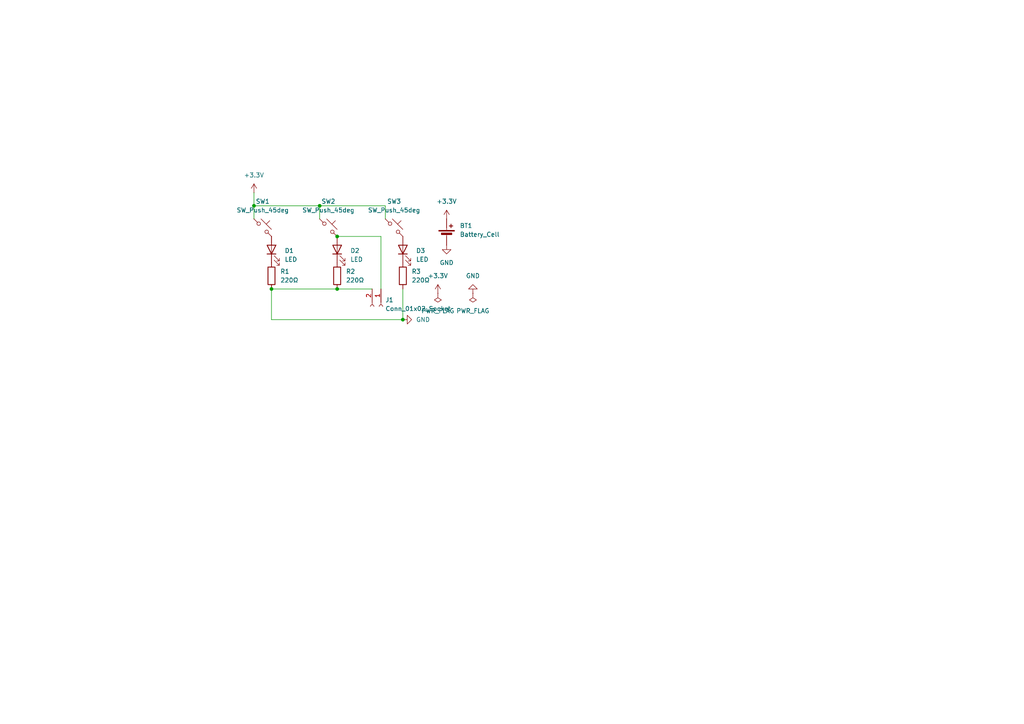
<source format=kicad_sch>
(kicad_sch (version 20250114) (generator "eeschema") (generator_version "9.0")
  (paper "A4")
  (lib_symbols
    (symbol "Connector:Conn_01x02_Socket" (pin_names (offset 1.016) (hide yes))
      (property "Reference" "J" (at 0 2.54 0))
      (property "Value" "Conn_01x02_Socket" (at 0 -5.08 0))
      (symbol "Conn_01x02_Socket_1_1"
        (polyline (pts (xy -1.27 0) (xy -0.508 0)) (stroke (width 0.1524)))
        (polyline (pts (xy -1.27 -2.54) (xy -0.508 -2.54)) (stroke (width 0.1524)))
        (arc (start 0 -0.508) (mid -0.5058 0) (end 0 0.508) (stroke (width 0.1524)))
        (arc (start 0 -3.048) (mid -0.5058 -2.54) (end 0 -2.032) (stroke (width 0.1524)))
        (pin passive line (at -5.08 0 0) (length 3.81) (name "Pin_1") (number "1"))
        (pin passive line (at -5.08 -2.54 0) (length 3.81) (name "Pin_2") (number "2"))
      )
    )
    (symbol "Device:Battery_Cell" (pin_numbers (hide yes)) (pin_names (offset 0) (hide yes))
      (property "Reference" "BT" (at 2.54 2.54 0))
      (property "Value" "Battery_Cell" (at 2.54 0 0))
      (symbol "Battery_Cell_0_1"
        (rectangle (start -2.286 1.778) (end 2.286 1.524) (fill (type outline)))
        (rectangle (start -1.524 1.016) (end 1.524 0.508) (fill (type outline)))
        (polyline (pts (xy 0 1.778) (xy 0 2.54)))
        (polyline (pts (xy 0 0.762) (xy 0 0)))
        (polyline (pts (xy 0.762 3.048) (xy 1.778 3.048)) (stroke (width 0.254)))
        (polyline (pts (xy 1.27 3.556) (xy 1.27 2.54)) (stroke (width 0.254)))
      )
      (symbol "Battery_Cell_1_1"
        (pin passive line (at 0 5.08 270) (length 2.54) (name "+") (number "1"))
        (pin passive line (at 0 -2.54 90) (length 2.54) (name "-") (number "2"))
      )
    )
    (symbol "Device:LED" (pin_numbers (hide yes)) (pin_names (offset 1.016) (hide yes))
      (property "Reference" "D" (at 0 2.54 0))
      (property "Value" "LED" (at 0 -2.54 0))
      (symbol "LED_0_1"
        (polyline (pts (xy -3.048 -0.762) (xy -4.572 -2.286) (xy -3.81 -2.286) (xy -4.572 -2.286) (xy -4.572 -1.524)))
        (polyline (pts (xy -1.778 -0.762) (xy -3.302 -2.286) (xy -2.54 -2.286) (xy -3.302 -2.286) (xy -3.302 -1.524)))
        (polyline (pts (xy -1.27 0) (xy 1.27 0)))
        (polyline (pts (xy -1.27 -1.27) (xy -1.27 1.27)) (stroke (width 0.254)))
        (polyline (pts (xy 1.27 -1.27) (xy 1.27 1.27) (xy -1.27 0) (xy 1.27 -1.27)) (stroke (width 0.254)))
      )
      (symbol "LED_1_1"
        (pin passive line (at -3.81 0 0) (length 2.54) (name "K") (number "1"))
        (pin passive line (at 3.81 0 180) (length 2.54) (name "A") (number "2"))
      )
    )
    (symbol "Device:R" (pin_numbers (hide yes)) (pin_names (offset 0))
      (property "Reference" "R" (at 2.032 0 90))
      (property "Value" "R" (at 0 0 90))
      (symbol "R_0_1"
        (rectangle (start -1.016 -2.54) (end 1.016 2.54) (stroke (width 0.254)))
      )
      (symbol "R_1_1"
        (pin passive line (at 0 3.81 270) (length 1.27) (name "~") (number "1"))
        (pin passive line (at 0 -3.81 90) (length 1.27) (name "~") (number "2"))
      )
    )
    (symbol "Switch:SW_Push_45deg" (pin_numbers (hide yes)) (pin_names (offset 1.016) (hide yes))
      (property "Reference" "SW" (at 3.048 1.016 0))
      (property "Value" "SW_Push_45deg" (at 0 -3.81 0))
      (symbol "SW_Push_45deg_0_1"
        (polyline (pts (xy -2.54 2.54) (xy -1.524 1.524) (xy -1.524 1.524)))
        (circle (center -1.1684 1.1684) (radius 0.508))
        (polyline (pts (xy -0.508 2.54) (xy 2.54 -0.508)))
        (polyline (pts (xy 1.016 1.016) (xy 2.032 2.032)))
        (circle (center 1.143 -1.1938) (radius 0.508))
        (polyline (pts (xy 1.524 -1.524) (xy 2.54 -2.54) (xy 2.54 -2.54) (xy 2.54 -2.54)))
        (pin passive line (at -2.54 2.54 0) (length 0) (name "1") (number "1"))
        (pin passive line (at 2.54 -2.54 180) (length 0) (name "2") (number "2"))
      )
    )
    (symbol "power:+3.3V" (power) (pin_numbers (hide yes)) (pin_names (offset 0) (hide yes))
      (property "Value" "+3.3V" (at 0 3.556 0))
      (symbol "+3.3V_0_1"
        (polyline (pts (xy -0.762 1.27) (xy 0 2.54)))
        (polyline (pts (xy 0 2.54) (xy 0.762 1.27)))
        (polyline (pts (xy 0 0) (xy 0 2.54)))
      )
      (symbol "+3.3V_1_1"
        (pin power_in line (at 0 0 90) (length 0) (name "~") (number "1"))
      )
    )
    (symbol "power:GND" (power) (pin_numbers (hide yes)) (pin_names (offset 0) (hide yes))
      (property "Value" "GND" (at 0 -3.81 0))
      (symbol "GND_0_1"
        (polyline (pts (xy 0 0) (xy 0 -1.27) (xy 1.27 -1.27) (xy 0 -2.54) (xy -1.27 -1.27) (xy 0 -1.27)))
      )
      (symbol "GND_1_1"
        (pin power_in line (at 0 0 270) (length 0) (name "~") (number "1"))
      )
    )
    (symbol "power:PWR_FLAG" (power) (pin_numbers (hide yes)) (pin_names (offset 0) (hide yes))
      (property "Value" "PWR_FLAG" (at 0 3.81 0))
      (symbol "PWR_FLAG_0_0"
        (pin power_out line (at 0 0 90) (length 0) (name "~") (number "1"))
      )
      (symbol "PWR_FLAG_0_1"
        (polyline (pts (xy 0 0) (xy 0 1.27) (xy -1.016 1.905) (xy 0 2.54) (xy 1.016 1.905) (xy 0 1.27)))
      )
    )
  )
  (junction (at 116.84 92.71))
  (junction (at 92.71 59.69))
  (junction (at 78.74 83.82))
  (junction (at 97.79 68.58))
  (junction (at 97.79 83.82))
  (junction (at 73.66 59.69))
  (wire (pts (xy 78.74 83.82) (xy 78.74 92.71)))
  (wire (pts (xy 73.66 55.88) (xy 73.66 59.69)))
  (wire (pts (xy 78.74 92.71) (xy 116.84 92.71)))
  (wire (pts (xy 97.79 83.82) (xy 107.95 83.82)))
  (wire (pts (xy 73.66 59.69) (xy 92.71 59.69)))
  (wire (pts (xy 92.71 59.69) (xy 111.76 59.69)))
  (wire (pts (xy 92.71 59.69) (xy 92.71 63.5)))
  (wire (pts (xy 97.79 68.58) (xy 110.49 68.58)))
  (wire (pts (xy 111.76 59.69) (xy 111.76 63.5)))
  (wire (pts (xy 116.84 83.82) (xy 116.84 92.71)))
  (wire (pts (xy 73.66 59.69) (xy 73.66 63.5)))
  (wire (pts (xy 110.49 68.58) (xy 110.49 83.82)))
  (wire (pts (xy 78.74 83.82) (xy 97.79 83.82)))
  (symbol (lib_id "power:GND") (at 137.16 85.09 180) (unit 1)
    (property "Reference" "#PWR06" (effects (hide yes)))
    (property "Value" "GND" (at 137.16 80.01 0))
    (property "Description" "Power symbol creates a global label with name \"GND\" , ground" (effects (hide yes)))
  )
  (symbol (lib_id "Switch:SW_Push_45deg") (at 76.2 66.04 0) (unit 1)
    (property "Reference" "SW1" (at 76.2 58.42 0))
    (property "Value" "SW_Push_45deg" (at 76.2 60.96 0))
    (property "Footprint" "Button_Switch_THT:SW_PUSH_6mm" (effects (hide yes)))
    (property "Description" "Push button switch, normally open, two pins, 45° tilted" (effects (hide yes)))
  )
  (symbol (lib_id "Device:R") (at 97.79 80.01 0) (unit 1)
    (property "Reference" "R2" (at 100.33 78.7399 0) (effects (justify left)))
    (property "Value" "220Ω" (at 100.33 81.2799 0) (effects (justify left)))
    (property "Footprint" "Resistor_THT:R_Axial_DIN0207_L6.3mm_D2.5mm_P7.62mm_Horizontal" (effects (hide yes)))
    (property "Description" "Resistor" (effects (hide yes)))
  )
  (symbol (lib_id "Connector:Conn_01x02_Socket") (at 110.49 88.9 270) (unit 1)
    (property "Reference" "J1" (at 111.76 86.9949 90) (effects (justify left)))
    (property "Value" "Conn_01x02_Socket" (at 111.76 89.5349 90) (effects (justify left)))
    (property "Footprint" "Connector_PinHeader_2.54mm:PinHeader_1x02_P2.54mm_Vertical" (effects (hide yes)))
    (property "Description" "Generic connector, single row, 01x02, script generated" (effects (hide yes)))
  )
  (symbol (lib_id "Device:LED") (at 97.79 72.39 90) (unit 1)
    (property "Reference" "D2" (at 101.6 72.7074 90) (effects (justify right)))
    (property "Value" "LED" (at 101.6 75.2474 90) (effects (justify right)))
    (property "Footprint" "LED_THT:LED_D5.0mm" (effects (hide yes)))
    (property "Description" "Light emitting diode" (effects (hide yes)))
    (property "Sim.Pins" "1=K 2=A" (effects (hide yes)))
  )
  (symbol (lib_id "power:+3.3V") (at 127 85.09 0) (unit 1)
    (property "Reference" "#PWR05" (effects (hide yes)))
    (property "Value" "+3.3V" (at 127 80.01 0))
    (property "Description" "Power symbol creates a global label with name \"+3.3V\"" (effects (hide yes)))
  )
  (symbol (lib_id "Switch:SW_Push_45deg") (at 114.3 66.04 0) (unit 1)
    (property "Reference" "SW3" (at 114.3 58.42 0))
    (property "Value" "SW_Push_45deg" (at 114.3 60.96 0))
    (property "Footprint" "Button_Switch_THT:SW_PUSH_6mm" (effects (hide yes)))
    (property "Description" "Push button switch, normally open, two pins, 45° tilted" (effects (hide yes)))
  )
  (symbol (lib_id "Device:Battery_Cell") (at 129.54 68.58 0) (unit 1)
    (property "Reference" "BT1" (at 133.35 65.4684 0) (effects (justify left)))
    (property "Value" "Battery_Cell" (at 133.35 68.0084 0) (effects (justify left)))
    (property "Footprint" "Battery:BatteryHolder_Keystone_3034_1x20mm" (effects (hide yes)))
    (property "Description" "Single-cell battery" (effects (hide yes)))
  )
  (symbol (lib_id "Device:R") (at 78.74 80.01 0) (unit 1)
    (property "Reference" "R1" (at 81.28 78.7399 0) (effects (justify left)))
    (property "Value" "220Ω" (at 81.28 81.2799 0) (effects (justify left)))
    (property "Footprint" "Resistor_THT:R_Axial_DIN0207_L6.3mm_D2.5mm_P7.62mm_Horizontal" (effects (hide yes)))
    (property "Description" "Resistor" (effects (hide yes)))
  )
  (symbol (lib_id "Device:LED") (at 78.74 72.39 90) (unit 1)
    (property "Reference" "D1" (at 82.55 72.7074 90) (effects (justify right)))
    (property "Value" "LED" (at 82.55 75.2474 90) (effects (justify right)))
    (property "Footprint" "LED_THT:LED_D5.0mm" (effects (hide yes)))
    (property "Description" "Light emitting diode" (effects (hide yes)))
    (property "Sim.Pins" "1=K 2=A" (effects (hide yes)))
  )
  (symbol (lib_id "power:PWR_FLAG") (at 127 85.09 180) (unit 1)
    (property "Reference" "#FLG01" (effects (hide yes)))
    (property "Value" "PWR_FLAG" (at 127 90.17 0))
    (property "Description" "Special symbol for telling ERC where power comes from" (effects (hide yes)))
  )
  (symbol (lib_id "Switch:SW_Push_45deg") (at 95.25 66.04 0) (unit 1)
    (property "Reference" "SW2" (at 95.25 58.42 0))
    (property "Value" "SW_Push_45deg" (at 95.25 60.96 0))
    (property "Footprint" "Button_Switch_THT:SW_PUSH_6mm" (effects (hide yes)))
    (property "Description" "Push button switch, normally open, two pins, 45° tilted" (effects (hide yes)))
  )
  (symbol (lib_id "power:+3.3V") (at 73.66 55.88 0) (unit 1)
    (property "Reference" "#PWR04" (effects (hide yes)))
    (property "Value" "+3.3V" (at 73.66 50.8 0))
    (property "Description" "Power symbol creates a global label with name \"+3.3V\"" (effects (hide yes)))
  )
  (symbol (lib_id "power:GND") (at 129.54 71.12 0) (unit 1)
    (property "Reference" "#PWR02" (effects (hide yes)))
    (property "Value" "GND" (at 129.54 76.2 0))
    (property "Description" "Power symbol creates a global label with name \"GND\" , ground" (effects (hide yes)))
  )
  (symbol (lib_id "Device:LED") (at 116.84 72.39 90) (unit 1)
    (property "Reference" "D3" (at 120.65 72.7074 90) (effects (justify right)))
    (property "Value" "LED" (at 120.65 75.2474 90) (effects (justify right)))
    (property "Footprint" "LED_THT:LED_D5.0mm" (effects (hide yes)))
    (property "Description" "Light emitting diode" (effects (hide yes)))
    (property "Sim.Pins" "1=K 2=A" (effects (hide yes)))
  )
  (symbol (lib_id "power:PWR_FLAG") (at 137.16 85.09 180) (unit 1)
    (property "Reference" "#FLG02" (effects (hide yes)))
    (property "Value" "PWR_FLAG" (at 137.16 90.17 0))
    (property "Description" "Special symbol for telling ERC where power comes from" (effects (hide yes)))
  )
  (symbol (lib_id "power:GND") (at 116.84 92.71 90) (unit 1)
    (property "Reference" "#PWR03" (effects (hide yes)))
    (property "Value" "GND" (at 120.65 92.7099 90) (effects (justify right)))
    (property "Description" "Power symbol creates a global label with name \"GND\" , ground" (effects (hide yes)))
  )
  (symbol (lib_id "power:+3.3V") (at 129.54 63.5 0) (unit 1)
    (property "Reference" "#PWR01" (effects (hide yes)))
    (property "Value" "+3.3V" (at 129.54 58.42 0))
    (property "Description" "Power symbol creates a global label with name \"+3.3V\"" (effects (hide yes)))
  )
  (symbol (lib_id "Device:R") (at 116.84 80.01 0) (unit 1)
    (property "Reference" "R3" (at 119.38 78.7399 0) (effects (justify left)))
    (property "Value" "220Ω" (at 119.38 81.2799 0) (effects (justify left)))
    (property "Footprint" "Resistor_THT:R_Axial_DIN0207_L6.3mm_D2.5mm_P7.62mm_Horizontal" (effects (hide yes)))
    (property "Description" "Resistor" (effects (hide yes)))
  )
)
</source>
